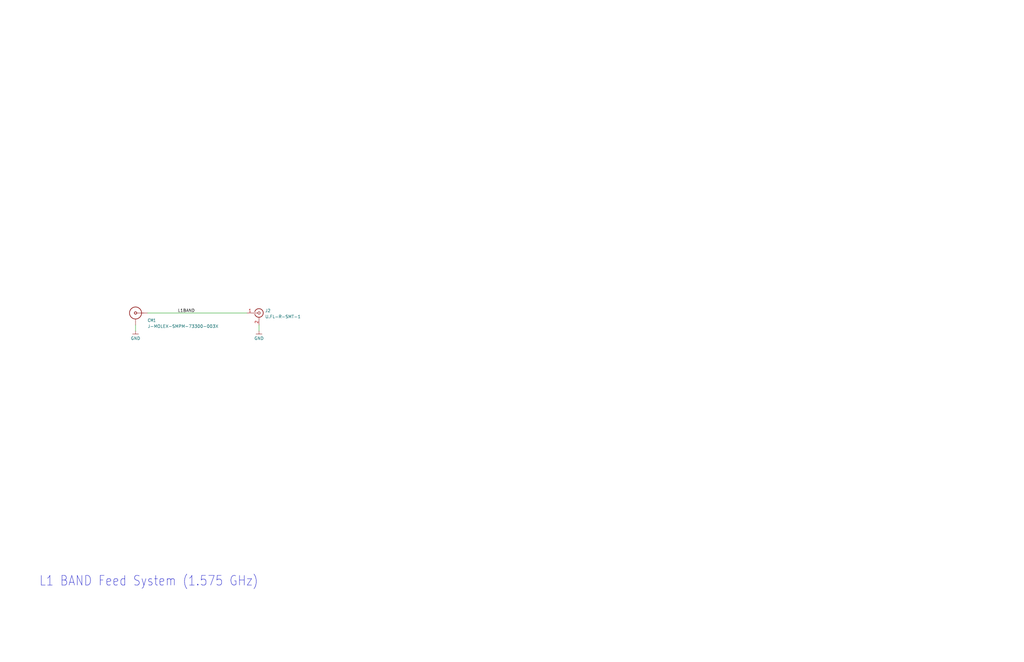
<source format=kicad_sch>
(kicad_sch (version 20211123) (generator eeschema)
  (paper "USLedger")
  (title_block (title "+Z End Card w/ Turnstile") (rev "1.0"))
  (lib_symbols
    (symbol "Connector:Conn_Coaxial" (pin_names (offset 1.016) hide)
      (property "Reference" "J" (at 0.254 3.048 0))
      (property "Value" "Conn_Coaxial" (at 2.921 0 90))
      (symbol "Conn_Coaxial_0_1"
        (arc (start -1.778 -0.508) (mid 0.2311 -1.8066) (end 1.778 0) (stroke (width 0.254)))
        (polyline (pts (xy -2.54 0) (xy -0.508 0)))
        (polyline (pts (xy 0 -2.54) (xy 0 -1.778)))
        (circle (center 0 0) (radius 0.508) (stroke (width 0.2032)))
        (arc (start 1.778 0) (mid 0.2099 1.8101) (end -1.778 0.508) (stroke (width 0.254)))
      )
      (symbol "Conn_Coaxial_1_1"
        (pin passive line (at -5.08 0 0) (length 2.54) (name "In") (number "1"))
        (pin passive line (at 0 -5.08 90) (length 2.54) (name "Ext") (number "2"))
      )
    )
    (symbol "oresat-connectors:J-MOLEX-SMPM-73300-003X"
      (property "Reference" "CM1" (at 5.08 -3.81 0))
      (property "Value" "J-MOLEX-SMPM-73300-003X" (at 5.08 -6.35 0))
      (symbol "J-MOLEX-SMPM-73300-003X_1_0"
        (polyline (pts (xy 0.508 0) (xy 3.556 0)) (stroke (width 0.1524)))
        (circle (center 0 0) (radius 0.508) (stroke (width 0.254)))
        (circle (center 0 0) (radius 2.54) (stroke (width 0.254)))
        (pin passive line (at 0 -5.08 90) (length 2.54) (name "SHIELD3") (number "GND"))
        (pin passive line (at 5.08 0 180) (length 2.54) (name "CENTER") (number "RF"))
      )
    )
    (symbol "oresat-power:GND" (power) (pin_names (offset 0))
      (property "Value" "GND" (at 0 -2.54 0))
      (symbol "GND_0_1"
        (polyline (pts (xy 0 0) (xy 0 -1.27) (xy 1.27 -1.27) (xy 0 -1.27) (xy -1.27 -1.27) (xy 0 -1.27)))
      )
      (symbol "GND_1_1"
        (pin power_in line (at 0 0 270) (length 0) hide (name "GND") (number "1"))
      )
    )
  )
  (wire (pts (xy 109.22 137.16) (xy 109.22 139.7)))
  (wire (pts (xy 62.23 132.08) (xy 104.14 132.08)))
  (wire (pts (xy 57.15 137.16) (xy 57.15 139.7)))
  (text "L1 BAND Feed System (1.575 GHz)" (at 16.51 247.65 180) (effects (font (size 4.064 3.4544)) (justify left bottom)))
  (label "L1BAND" (at 74.93 132.08 0) (effects (font (size 1.2446 1.2446))))
  (symbol (lib_id "Connector:Conn_Coaxial") (at 109.22 132.08 0) (unit 1)
    (property "Reference" "J2" (at 111.76 131.1031 0) (effects (justify left)))
    (property "Value" "U.FL-R-SMT-1" (at 111.76 133.6431 0) (effects (justify left)))
    (property "Footprint" "Connector_Coaxial:U.FL_Hirose_U.FL-R-SMT-1_Vertical" (effects hide))
    (property "Datasheet" " ~" (effects hide))
  )
  (symbol (lib_id "oresat-power:GND") (at 109.22 139.7 0) (unit 1)
    (property "Reference" "#GND03" (effects hide))
    (property "Value" "GND" (at 109.22 143.51 0) (effects (justify bottom)))
    (property "Footprint" "plusz-end-card-with-turnstile:" (effects hide))
  )
  (symbol (lib_id "oresat-connectors:J-MOLEX-SMPM-73300-003X") (at 57.15 132.08 0) (unit 1)
    (property "Reference" "CM1" (at 62.23 135.89 0) (effects (font (size 1.27 1.0795)) (justify left bottom)))
    (property "Value" "J-MOLEX-SMPM-73300-003X" (at 62.23 138.43 0) (effects (justify left bottom)))
    (property "Footprint" "oresat-connectors:J-MOLEX-SMPM-073300-003X" (effects hide))
  )
  (symbol (lib_id "oresat-power:GND") (at 57.15 139.7 0) (unit 1)
    (property "Reference" "#GND012" (effects hide))
    (property "Value" "GND" (at 57.15 143.51 0) (effects (justify bottom)))
    (property "Footprint" "plusz-end-card-with-turnstile:" (effects hide))
  )
)
</source>
